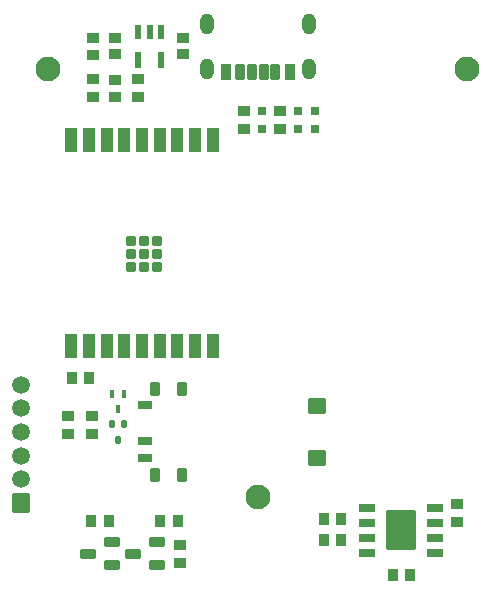
<source format=gbs>
G04 Layer: BottomSolderMaskLayer*
G04 EasyEDA Pro v3.2.69, 2026-01-08 09:06:00*
G04 Gerber Generator version 0.3*
G04 Scale: 100 percent, Rotated: No, Reflected: No*
G04 Dimensions in millimeters*
G04 Leading zeros omitted, absolute positions, 4 integers and 5 decimals*
G04 Generated by one-click*
%FSLAX45Y45*%
%MOMM*%
%AMRoundRect*1,1,$1,$2,$3*1,1,$1,$4,$5*1,1,$1,0-$2,0-$3*1,1,$1,0-$4,0-$5*20,1,$1,$2,$3,$4,$5,0*20,1,$1,$4,$5,0-$2,0-$3,0*20,1,$1,0-$2,0-$3,0-$4,0-$5,0*20,1,$1,0-$4,0-$5,$2,$3,0*4,1,4,$2,$3,$4,$5,0-$2,0-$3,0-$4,0-$5,$2,$3,0*%
%ADD10RoundRect,0.102X-0.45X-0.4X-0.45X0.4*%
%ADD11RoundRect,0.102X-0.1505X-0.29249X-0.15049X0.29249*%
%ADD12RoundRect,0.102X-0.4X0.45X0.4X0.45*%
%ADD13C,1.502*%
%ADD14RoundRect,0.102X-0.7X-0.762X-0.7X0.762*%
%ADD15RoundRect,0.1016X-0.3X-0.3X-0.3X0.3*%
%ADD16RoundRect,0.102X-0.2X0.255X0.2X0.255*%
%ADD17RoundRect,0.1016X-0.432X-0.40324X-0.432X0.40324*%
%ADD18RoundRect,0.1016X-0.40324X0.432X0.40324X0.432*%
%ADD19RoundRect,0.1063X-0.68X-0.615X-0.68X0.615*%
%ADD20RoundRect,0.102X-0.68X-0.615X-0.68X0.615*%
%ADD21RoundRect,0.102X-0.5X-0.3X-0.5X0.3*%
%ADD22RoundRect,0.102X-0.35X-0.5X-0.35X0.5*%
%ADD23RoundRect,0.10003X-0.5X-1.0X-0.5X1.0*%
%ADD24RoundRect,0.10003X-0.35X-0.35X-0.35X0.35*%
%ADD25RoundRect,0.102X-0.245X0.5785X0.245X0.5785*%
%ADD26RoundRect,0.102X-0.245X0.5875X0.245X0.5875*%
%ADD27RoundRect,0.102X-0.6X-0.3X-0.6X0.3*%
%ADD28RoundRect,0.102X-1.2X-1.65X-1.2X1.65*%
%ADD29RoundRect,0.1016X-0.4X0.6X0.4X0.6*%
%ADD30RoundRect,0.1016X-0.35X0.6X0.35X0.6*%
%ADD31O,1.202X1.802*%
%ADD32RoundRect,0.102X-0.62501X0.35X0.62501X0.35*%
%ADD33C,2.102*%
G75*


G04 Pad Start*
G54D10*
G01X901700Y4794098D03*
G01X901700Y4934102D03*
G01X1092200Y4438498D03*
G01X1092200Y4578502D03*
G01X1663700Y4937361D03*
G01X1663700Y4797356D03*
G54D11*
G01X1067600Y1918462D03*
G01X1167600Y1918462D03*
G01X1117613Y1789938D03*
G54D12*
G01X3588361Y389490D03*
G01X3448356Y389490D03*
G01X870102Y2057400D03*
G01X730098Y2057400D03*
G54D13*
G01X292101Y1998599D03*
G01X292101Y1798599D03*
G01X292101Y1598600D03*
G01X292101Y1398600D03*
G01X292101Y1198601D03*
G54D14*
G01X292101Y998601D03*
G54D15*
G01X2781300Y4166807D03*
G01X2781300Y4316794D03*
G54D16*
G01X1117587Y1535201D03*
G01X1067600Y1665199D03*
G01X1167600Y1665199D03*
G54D17*
G01X901700Y4583836D03*
G01X901700Y4433164D03*
G54D18*
G01X3009036Y863600D03*
G01X2858364Y863600D03*
G01X3009036Y685800D03*
G01X2858364Y685800D03*
G54D17*
G01X892885Y1584049D03*
G01X892885Y1734722D03*
G01X1282700Y4583836D03*
G01X1282700Y4433164D03*
G54D20*
G01X2800000Y1818491D03*
G01X2800000Y1381509D03*
G54D21*
G01X1342495Y1824993D03*
G01X1342495Y1524994D03*
G01X1342495Y1375007D03*
G54D22*
G01X1657505Y1235002D03*
G01X1657505Y1964998D03*
G01X1427483Y1964998D03*
G01X1427483Y1235002D03*
G54D23*
G01X720001Y4075005D03*
G01X869988Y4075005D03*
G01X1020001Y4075005D03*
G01X1169988Y4075005D03*
G01X1320000Y4075005D03*
G01X1469987Y4075005D03*
G01X1619999Y4075005D03*
G01X1769986Y4075005D03*
G01X1919999Y4075005D03*
G01X1919999Y2324995D03*
G01X1769986Y2324995D03*
G01X1619999Y2324995D03*
G01X1469987Y2324995D03*
G01X1320000Y2324995D03*
G01X1169988Y2324995D03*
G01X1020001Y2324995D03*
G01X869988Y2324995D03*
G01X720001Y2324995D03*
G54D24*
G01X1229982Y3213995D03*
G01X1339990Y3213995D03*
G01X1449997Y3213995D03*
G01X1229982Y3104013D03*
G01X1339990Y3104013D03*
G01X1449997Y3104013D03*
G01X1449997Y2994006D03*
G01X1339990Y2994006D03*
G01X1229982Y2994006D03*
G54D25*
G01X1289304Y4982726D03*
G01X1384300Y4982726D03*
G01X1479296Y4982726D03*
G54D26*
G01X1479296Y4751992D03*
G01X1289304Y4751992D03*
G54D27*
G01X3803806Y958488D03*
G01X3803806Y831488D03*
G01X3803806Y704488D03*
G01X3803806Y577488D03*
G01X3222146Y577488D03*
G01X3222146Y704488D03*
G01X3222146Y831488D03*
G01X3222146Y958488D03*
G54D28*
G01X3512976Y767988D03*
G54D29*
G01X2030011Y4647498D03*
G54D30*
G01X2150000Y4647498D03*
G01X2250000Y4647498D03*
G01X2350000Y4647498D03*
G01X2450000Y4647498D03*
G54D29*
G01X2569989Y4647498D03*
G54D31*
G01X2731990Y5052501D03*
G01X1868009Y5052501D03*
G01X2731990Y4672492D03*
G01X1868009Y4672492D03*
G54D15*
G01X2336800Y4166807D03*
G01X2336800Y4316794D03*
G01X2641600Y4166807D03*
G01X2641600Y4316794D03*
G54D32*
G01X1065120Y664157D03*
G01X1065120Y474165D03*
G01X865120Y569161D03*
G01X1446120Y664157D03*
G01X1446120Y474165D03*
G01X1246120Y569161D03*
G54D18*
G01X1040456Y848561D03*
G01X889784Y848561D03*
G54D17*
G01X2184400Y4166464D03*
G01X2184400Y4317136D03*
G01X2489200Y4166464D03*
G01X2489200Y4317136D03*
G54D18*
G01X1473984Y848561D03*
G01X1624656Y848561D03*
G54D17*
G01X1638220Y644497D03*
G01X1638220Y493824D03*
G54D33*
G01X525000Y4675000D03*
G01X4075000Y4675000D03*
G01X2300000Y1050000D03*
G54D17*
G01X3988258Y834854D03*
G01X3988258Y985526D03*
G54D10*
G01X1092200Y4797356D03*
G01X1092200Y4937361D03*
G54D17*
G01X692885Y1734722D03*
G01X692885Y1584049D03*
G04 Pad End*

M02*


</source>
